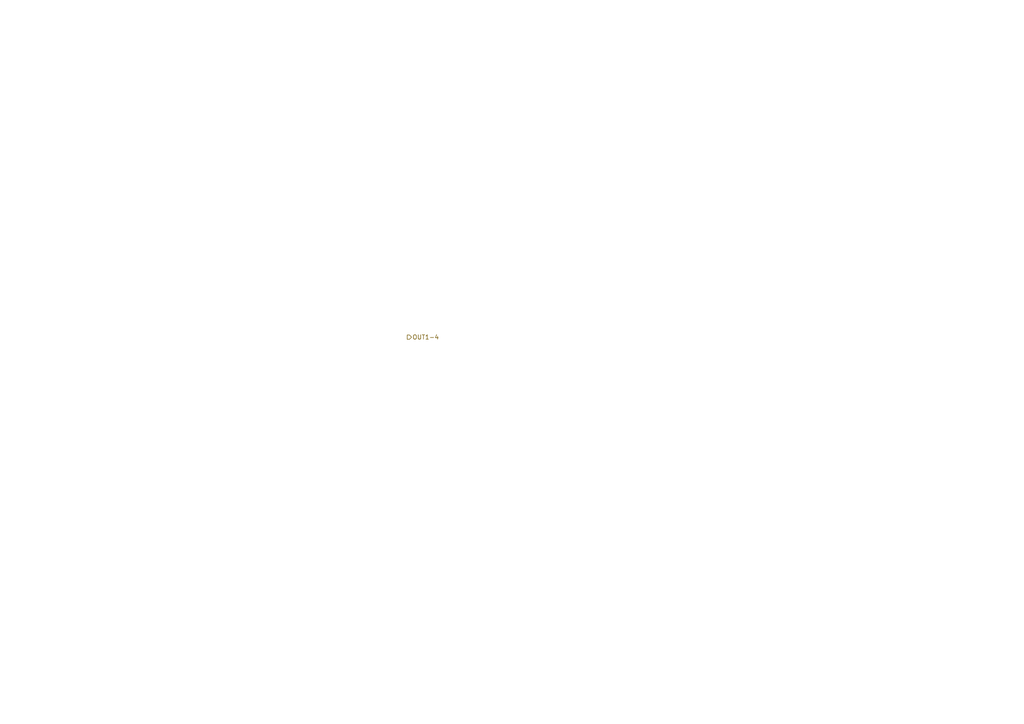
<source format=kicad_sch>
(kicad_sch
	(version 20231120)
	(generator "eeschema")
	(generator_version "8.0")
	(uuid "02204b33-0f5d-454c-9974-492882e93a06")
	(paper "A4")
	(lib_symbols)
	(hierarchical_label "OUT1-4"
		(shape output)
		(at 118.11 97.79 0)
		(fields_autoplaced yes)
		(effects
			(font
				(size 1.27 1.27)
			)
			(justify left)
		)
		(uuid "846b5140-6a83-4ded-bb42-b910238347c8")
	)
)
</source>
